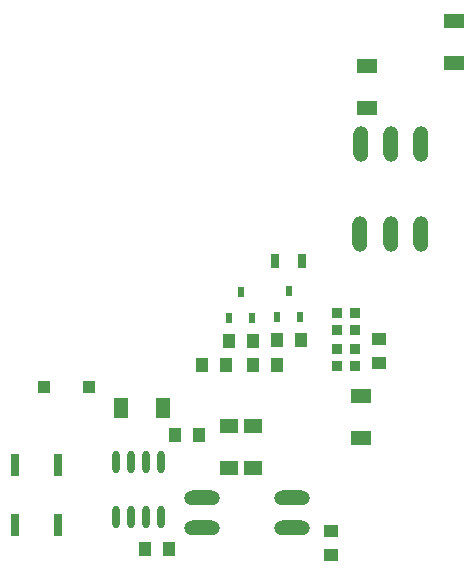
<source format=gbr>
%TF.GenerationSoftware,Altium Limited,Altium Designer,20.2.5 (213)*%
G04 Layer_Color=8421504*
%FSLAX26Y26*%
%MOIN*%
%TF.SameCoordinates,777CE05A-463F-4341-A6E9-F235672CD6F8*%
%TF.FilePolarity,Positive*%
%TF.FileFunction,Paste,Top*%
%TF.Part,Single*%
G01*
G75*
%TA.AperFunction,SMDPad,CuDef*%
%ADD11O,0.023622X0.074803*%
%ADD12R,0.044000X0.044000*%
%ADD13R,0.050000X0.040000*%
%ADD14O,0.120000X0.050000*%
%ADD15R,0.022000X0.034000*%
%ADD16R,0.029000X0.050000*%
%ADD17R,0.040000X0.050000*%
%ADD18R,0.032000X0.032000*%
%ADD19R,0.068000X0.050000*%
%ADD20R,0.060000X0.050000*%
%ADD21R,0.050000X0.068000*%
%ADD22R,0.025000X0.075000*%
%ADD23O,0.050000X0.120000*%
D11*
X675000Y552520D02*
D03*
X625000D02*
D03*
X575000D02*
D03*
X525000D02*
D03*
X675000Y367480D02*
D03*
X625000D02*
D03*
X575000D02*
D03*
X525000D02*
D03*
D12*
X284000Y800000D02*
D03*
X436000D02*
D03*
D13*
X1240000Y320000D02*
D03*
Y240000D02*
D03*
X1400000Y960000D02*
D03*
Y880000D02*
D03*
D14*
X1110000Y330000D02*
D03*
Y430000D02*
D03*
X810000D02*
D03*
Y330000D02*
D03*
D15*
X1062598Y1034000D02*
D03*
X1137401Y1034000D02*
D03*
X1100000Y1120000D02*
D03*
X902598Y1032000D02*
D03*
X977402Y1032000D02*
D03*
X940000Y1118000D02*
D03*
D16*
X1145276Y1220000D02*
D03*
X1054724D02*
D03*
D17*
X1140000Y957000D02*
D03*
X1060000D02*
D03*
X980000Y955000D02*
D03*
X900000D02*
D03*
X1060000Y875000D02*
D03*
X980000D02*
D03*
X890000D02*
D03*
X810000D02*
D03*
X720000Y640000D02*
D03*
X800000D02*
D03*
X700000Y260000D02*
D03*
X620000D02*
D03*
D18*
X1260000Y872000D02*
D03*
Y928000D02*
D03*
Y1048000D02*
D03*
Y992000D02*
D03*
X1320000Y1048000D02*
D03*
Y992000D02*
D03*
Y872000D02*
D03*
Y928000D02*
D03*
D19*
X1340000Y630000D02*
D03*
Y770000D02*
D03*
X1360000Y1870000D02*
D03*
Y1730000D02*
D03*
X1650000Y1880000D02*
D03*
Y2020000D02*
D03*
D20*
X900000Y670000D02*
D03*
Y530000D02*
D03*
X980000Y670000D02*
D03*
Y530000D02*
D03*
D21*
X540000Y730000D02*
D03*
X680000D02*
D03*
D22*
X188000Y540000D02*
D03*
Y340000D02*
D03*
X332000D02*
D03*
Y540000D02*
D03*
D23*
X1540000Y1310000D02*
D03*
Y1610000D02*
D03*
X1340000D02*
D03*
X1440000D02*
D03*
Y1310000D02*
D03*
X1339062Y1309994D02*
D03*
%TF.MD5,7dd2ae356f5e475c0c33740b70183220*%
M02*

</source>
